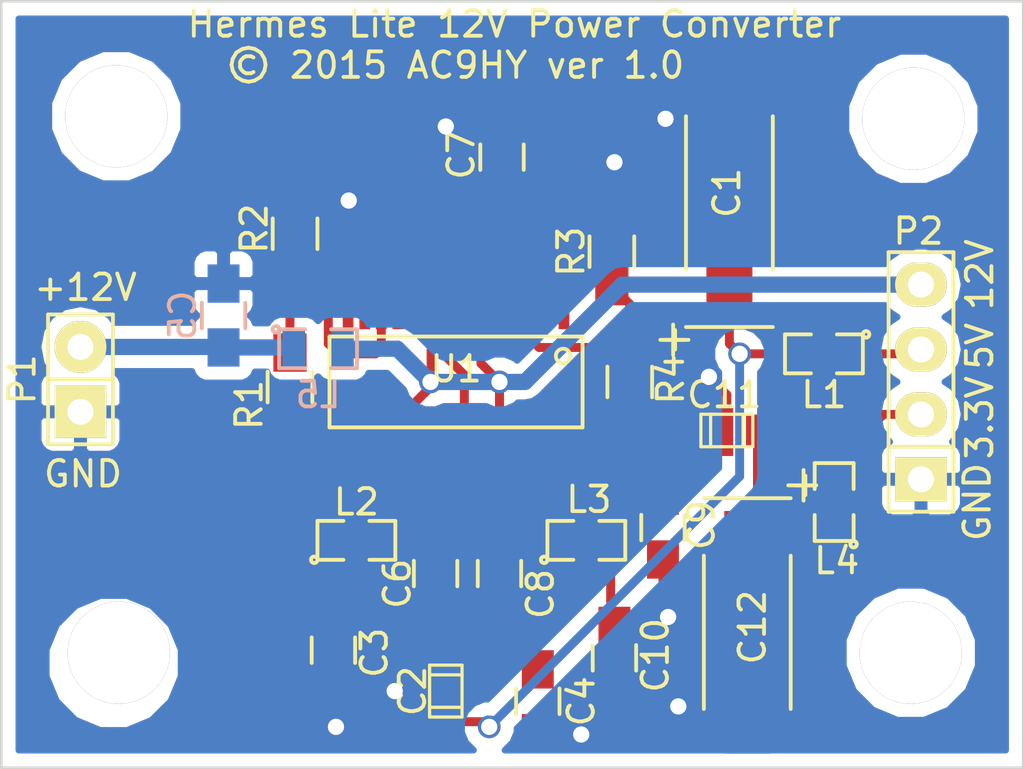
<source format=kicad_pcb>
(kicad_pcb (version 4) (host pcbnew "(2014-10-27 BZR 5228)-product")

  (general
    (links 55)
    (no_connects 0)
    (area 120.956714 97.8219 167.243286 132.52848)
    (thickness 1.6)
    (drawings 11)
    (tracks 158)
    (zones 0)
    (modules 28)
    (nets 23)
  )

  (page A4)
  (layers
    (0 F.Cu signal)
    (31 B.Cu signal)
    (32 B.Adhes user)
    (33 F.Adhes user)
    (34 B.Paste user)
    (35 F.Paste user)
    (36 B.SilkS user)
    (37 F.SilkS user)
    (38 B.Mask user)
    (39 F.Mask user)
    (40 Dwgs.User user)
    (41 Cmts.User user)
    (42 Eco1.User user)
    (43 Eco2.User user)
    (44 Edge.Cuts user)
    (45 Margin user)
    (46 B.CrtYd user)
    (47 F.CrtYd user)
    (48 B.Fab user)
    (49 F.Fab user)
  )

  (setup
    (last_trace_width 0.35)
    (trace_clearance 0.254)
    (zone_clearance 0.508)
    (zone_45_only no)
    (trace_min 0.254)
    (segment_width 0.2)
    (edge_width 0.1)
    (via_size 0.889)
    (via_drill 0.635)
    (via_min_size 0.889)
    (via_min_drill 0.508)
    (uvia_size 0.508)
    (uvia_drill 0.127)
    (uvias_allowed no)
    (uvia_min_size 0.508)
    (uvia_min_drill 0.127)
    (pcb_text_width 0.3)
    (pcb_text_size 1.5 1.5)
    (mod_edge_width 0.15)
    (mod_text_size 1 1)
    (mod_text_width 0.15)
    (pad_size 1.5 1.5)
    (pad_drill 0.6)
    (pad_to_mask_clearance 0)
    (aux_axis_origin 0 0)
    (visible_elements 7FFFF77F)
    (pcbplotparams
      (layerselection 0x010f0_80000001)
      (usegerberextensions true)
      (excludeedgelayer true)
      (linewidth 0.100000)
      (plotframeref false)
      (viasonmask false)
      (mode 1)
      (useauxorigin false)
      (hpglpennumber 1)
      (hpglpenspeed 20)
      (hpglpendiameter 15)
      (hpglpenoverlay 2)
      (psnegative false)
      (psa4output false)
      (plotreference true)
      (plotvalue true)
      (plotinvisibletext false)
      (padsonsilk false)
      (subtractmaskfromsilk false)
      (outputformat 1)
      (mirror false)
      (drillshape 0)
      (scaleselection 1)
      (outputdirectory gerbers/))
  )

  (net 0 "")
  (net 1 "Net-(C1-Pad1)")
  (net 2 GND)
  (net 3 "Net-(C5-Pad1)")
  (net 4 "Net-(C8-Pad1)")
  (net 5 "Net-(R1-Pad1)")
  (net 6 "Net-(C7-Pad1)")
  (net 7 "Net-(C8-Pad2)")
  (net 8 "Net-(C10-Pad1)")
  (net 9 "Net-(C2-Pad2)")
  (net 10 "Net-(C6-Pad1)")
  (net 11 "Net-(C6-Pad2)")
  (net 12 "Net-(C11-Pad2)")
  (net 13 "Net-(L1-Pad1)")
  (net 14 "Net-(L4-Pad2)")
  (net 15 "Net-(L5-Pad2)")
  (net 16 "Net-(R3-Pad2)")
  (net 17 "Net-(U1-Pad4)")
  (net 18 "Net-(U1-Pad11)")
  (net 19 "Net-(U1-Pad2)")
  (net 20 "Net-(U1-Pad13)")
  (net 21 "Net-(U1-Pad16)")
  (net 22 "Net-(U1-Pad27)")

  (net_class Default "This is the default net class."
    (clearance 0.254)
    (trace_width 0.35)
    (via_dia 0.889)
    (via_drill 0.635)
    (uvia_dia 0.508)
    (uvia_drill 0.127)
    (add_net GND)
    (add_net "Net-(C1-Pad1)")
    (add_net "Net-(C10-Pad1)")
    (add_net "Net-(C11-Pad2)")
    (add_net "Net-(C2-Pad2)")
    (add_net "Net-(C5-Pad1)")
    (add_net "Net-(C6-Pad1)")
    (add_net "Net-(C6-Pad2)")
    (add_net "Net-(C7-Pad1)")
    (add_net "Net-(C8-Pad1)")
    (add_net "Net-(C8-Pad2)")
    (add_net "Net-(L1-Pad1)")
    (add_net "Net-(L4-Pad2)")
    (add_net "Net-(L5-Pad2)")
    (add_net "Net-(R1-Pad1)")
    (add_net "Net-(R3-Pad2)")
    (add_net "Net-(U1-Pad11)")
    (add_net "Net-(U1-Pad13)")
    (add_net "Net-(U1-Pad16)")
    (add_net "Net-(U1-Pad2)")
    (add_net "Net-(U1-Pad27)")
    (add_net "Net-(U1-Pad4)")
  )

  (net_class 12V ""
    (clearance 0.254)
    (trace_width 0.635)
    (via_dia 0.889)
    (via_drill 0.635)
    (uvia_dia 0.508)
    (uvia_drill 0.127)
  )

  (module Pin_Headers:Pin_Header_Straight_1x02 (layer F.Cu) (tedit 54B9315C) (tstamp 54B931BB)
    (at 127.1 114.8 90)
    (descr "Through hole pin header")
    (tags "pin header")
    (path /54B93508)
    (fp_text reference P1 (at 0 -2.286 90) (layer F.SilkS)
      (effects (font (size 1 1) (thickness 0.15)))
    )
    (fp_text value CONN_01X02 (at 0 0 90) (layer F.SilkS) hide
      (effects (font (size 1 1) (thickness 0.15)))
    )
    (fp_line (start 0 -1.27) (end 0 1.27) (layer F.SilkS) (width 0.15))
    (fp_line (start -2.54 -1.27) (end -2.54 1.27) (layer F.SilkS) (width 0.15))
    (fp_line (start -2.54 1.27) (end 0 1.27) (layer F.SilkS) (width 0.15))
    (fp_line (start 0 1.27) (end 2.54 1.27) (layer F.SilkS) (width 0.15))
    (fp_line (start 2.54 1.27) (end 2.54 -1.27) (layer F.SilkS) (width 0.15))
    (fp_line (start 2.54 -1.27) (end -2.54 -1.27) (layer F.SilkS) (width 0.15))
    (pad 1 thru_hole rect (at -1.27 0 90) (size 2.032 2.032) (drill 1.016) (layers *.Cu *.Mask F.SilkS)
      (net 2 GND))
    (pad 2 thru_hole oval (at 1.27 0 90) (size 2.032 2.032) (drill 1.016) (layers *.Cu *.Mask F.SilkS)
      (net 3 "Net-(C5-Pad1)"))
    (model Pin_Headers/Pin_Header_Straight_1x02.wrl
      (at (xyz 0 0 0))
      (scale (xyz 1 1 1))
      (rotate (xyz 0 0 0))
    )
  )

  (module Pin_Headers:Pin_Header_Straight_1x04 (layer F.Cu) (tedit 54BA604F) (tstamp 54B931C0)
    (at 160 114.9 90)
    (descr "Through hole pin header")
    (tags "pin header")
    (path /54B82B66)
    (fp_text reference P2 (at 5.9 -0.1 180) (layer F.SilkS)
      (effects (font (size 1 1) (thickness 0.15)))
    )
    (fp_text value CONN_01X04 (at 0 0 90) (layer F.SilkS) hide
      (effects (font (size 1 1) (thickness 0.15)))
    )
    (fp_line (start -2.54 1.27) (end 5.08 1.27) (layer F.SilkS) (width 0.15))
    (fp_line (start -2.54 -1.27) (end 5.08 -1.27) (layer F.SilkS) (width 0.15))
    (fp_line (start -5.08 -1.27) (end -2.54 -1.27) (layer F.SilkS) (width 0.15))
    (fp_line (start 5.08 1.27) (end 5.08 -1.27) (layer F.SilkS) (width 0.15))
    (fp_line (start -2.54 -1.27) (end -2.54 1.27) (layer F.SilkS) (width 0.15))
    (fp_line (start -5.08 -1.27) (end -5.08 1.27) (layer F.SilkS) (width 0.15))
    (fp_line (start -5.08 1.27) (end -2.54 1.27) (layer F.SilkS) (width 0.15))
    (pad 1 thru_hole rect (at -3.81 0 90) (size 1.7272 2.032) (drill 1.016) (layers *.Cu *.Mask F.SilkS)
      (net 2 GND))
    (pad 2 thru_hole oval (at -1.27 0 90) (size 1.7272 2.032) (drill 1.016) (layers *.Cu *.Mask F.SilkS)
      (net 14 "Net-(L4-Pad2)"))
    (pad 3 thru_hole oval (at 1.27 0 90) (size 1.7272 2.032) (drill 1.016) (layers *.Cu *.Mask F.SilkS)
      (net 13 "Net-(L1-Pad1)"))
    (pad 4 thru_hole oval (at 3.81 0 90) (size 1.7272 2.032) (drill 1.016) (layers *.Cu *.Mask F.SilkS)
      (net 15 "Net-(L5-Pad2)"))
    (model Pin_Headers/Pin_Header_Straight_1x04.wrl
      (at (xyz 0 0 0))
      (scale (xyz 1 1 1))
      (rotate (xyz 0 0 0))
    )
  )

  (module Capacitors_Tantalum_SMD:TantalC_SizeC_EIA-6032_HandSoldering (layer F.Cu) (tedit 54B943B4) (tstamp 54B94353)
    (at 152.5 107.5 90)
    (descr "Tantal Cap. , Size C, EIA-6032, Hand Soldering,")
    (tags "Tantal Cap. , Size C, EIA-6032, Hand Soldering,")
    (path /54B93F83)
    (attr smd)
    (fp_text reference C1 (at 0 -0.1 90) (layer F.SilkS)
      (effects (font (size 1 1) (thickness 0.15)))
    )
    (fp_text value "10uF 25V" (at -0.09906 3.59918 90) (layer F.SilkS) hide
      (effects (font (size 1 1) (thickness 0.15)))
    )
    (fp_line (start -5.25018 -1.69926) (end -5.25018 1.69926) (layer F.SilkS) (width 0.15))
    (fp_line (start 2.99974 1.69926) (end -2.99974 1.69926) (layer F.SilkS) (width 0.15))
    (fp_line (start 2.99974 -1.69926) (end -2.99974 -1.69926) (layer F.SilkS) (width 0.15))
    (fp_text user + (at -5.75056 -2.19964 90) (layer F.SilkS)
      (effects (font (size 1 1) (thickness 0.15)))
    )
    (fp_line (start -5.7531 -2.70256) (end -5.7531 -1.60274) (layer F.SilkS) (width 0.15))
    (fp_line (start -6.35254 -2.20218) (end -5.15366 -2.20218) (layer F.SilkS) (width 0.15))
    (pad 2 smd rect (at 2.99974 0 90) (size 3.50012 1.80086) (layers F.Cu F.Paste F.Mask)
      (net 2 GND))
    (pad 1 smd rect (at -2.99974 0 90) (size 3.50012 1.80086) (layers F.Cu F.Paste F.Mask)
      (net 1 "Net-(C1-Pad1)"))
    (model Capacitors_Tantalum_SMD/TantalC_SizeC_EIA-6032_HandSoldering.wrl
      (at (xyz 0 0 0))
      (scale (xyz 1 1 1))
      (rotate (xyz 0 0 180))
    )
  )

  (module SMD_Packages:SMD-0805 (layer F.Cu) (tedit 54BA5C55) (tstamp 54B9437A)
    (at 156.2 113.8 180)
    (path /54B93B09)
    (attr smd)
    (fp_text reference L1 (at 0 -1.6 180) (layer F.SilkS)
      (effects (font (size 1 1) (thickness 0.15)))
    )
    (fp_text value BLM21PG121SN1D (at 0 0.381 180) (layer F.SilkS) hide
      (effects (font (size 1 1) (thickness 0.15)))
    )
    (fp_circle (center -1.651 0.762) (end -1.651 0.635) (layer F.SilkS) (width 0.15))
    (fp_line (start -0.508 0.762) (end -1.524 0.762) (layer F.SilkS) (width 0.15))
    (fp_line (start -1.524 0.762) (end -1.524 -0.762) (layer F.SilkS) (width 0.15))
    (fp_line (start -1.524 -0.762) (end -0.508 -0.762) (layer F.SilkS) (width 0.15))
    (fp_line (start 0.508 -0.762) (end 1.524 -0.762) (layer F.SilkS) (width 0.15))
    (fp_line (start 1.524 -0.762) (end 1.524 0.762) (layer F.SilkS) (width 0.15))
    (fp_line (start 1.524 0.762) (end 0.508 0.762) (layer F.SilkS) (width 0.15))
    (pad 1 smd rect (at -0.9525 0 180) (size 0.889 1.397) (layers F.Cu F.Paste F.Mask)
      (net 13 "Net-(L1-Pad1)"))
    (pad 2 smd rect (at 0.9525 0 180) (size 0.889 1.397) (layers F.Cu F.Paste F.Mask)
      (net 1 "Net-(C1-Pad1)"))
    (model SMD_Packages/SMD-0805.wrl
      (at (xyz 0 0 0))
      (scale (xyz 0.1 0.1 0.1))
      (rotate (xyz 0 0 0))
    )
  )

  (module SMD_Packages:SMD-0805 (layer F.Cu) (tedit 54BA5F7C) (tstamp 54B9437F)
    (at 137.9 121.1)
    (path /54B99E3D)
    (attr smd)
    (fp_text reference L2 (at 0 -1.5 180) (layer F.SilkS)
      (effects (font (size 1 1) (thickness 0.15)))
    )
    (fp_text value "1.5 uH" (at 0 0.381) (layer F.SilkS) hide
      (effects (font (size 1 1) (thickness 0.15)))
    )
    (fp_circle (center -1.651 0.762) (end -1.651 0.635) (layer F.SilkS) (width 0.15))
    (fp_line (start -0.508 0.762) (end -1.524 0.762) (layer F.SilkS) (width 0.15))
    (fp_line (start -1.524 0.762) (end -1.524 -0.762) (layer F.SilkS) (width 0.15))
    (fp_line (start -1.524 -0.762) (end -0.508 -0.762) (layer F.SilkS) (width 0.15))
    (fp_line (start 0.508 -0.762) (end 1.524 -0.762) (layer F.SilkS) (width 0.15))
    (fp_line (start 1.524 -0.762) (end 1.524 0.762) (layer F.SilkS) (width 0.15))
    (fp_line (start 1.524 0.762) (end 0.508 0.762) (layer F.SilkS) (width 0.15))
    (pad 1 smd rect (at -0.9525 0) (size 0.889 1.397) (layers F.Cu F.Paste F.Mask)
      (net 9 "Net-(C2-Pad2)"))
    (pad 2 smd rect (at 0.9525 0) (size 0.889 1.397) (layers F.Cu F.Paste F.Mask)
      (net 11 "Net-(C6-Pad2)"))
    (model SMD_Packages/SMD-0805.wrl
      (at (xyz 0 0 0))
      (scale (xyz 0.1 0.1 0.1))
      (rotate (xyz 0 0 0))
    )
  )

  (module SMD_Packages:SMD-0805 (layer F.Cu) (tedit 54BA5F2D) (tstamp 54B94384)
    (at 146.9 121.1)
    (path /54B96302)
    (attr smd)
    (fp_text reference L3 (at 0.1 -1.6 180) (layer F.SilkS)
      (effects (font (size 1 1) (thickness 0.15)))
    )
    (fp_text value "1 uH" (at 0 0.381) (layer F.SilkS) hide
      (effects (font (size 1 1) (thickness 0.15)))
    )
    (fp_circle (center -1.651 0.762) (end -1.651 0.635) (layer F.SilkS) (width 0.15))
    (fp_line (start -0.508 0.762) (end -1.524 0.762) (layer F.SilkS) (width 0.15))
    (fp_line (start -1.524 0.762) (end -1.524 -0.762) (layer F.SilkS) (width 0.15))
    (fp_line (start -1.524 -0.762) (end -0.508 -0.762) (layer F.SilkS) (width 0.15))
    (fp_line (start 0.508 -0.762) (end 1.524 -0.762) (layer F.SilkS) (width 0.15))
    (fp_line (start 1.524 -0.762) (end 1.524 0.762) (layer F.SilkS) (width 0.15))
    (fp_line (start 1.524 0.762) (end 0.508 0.762) (layer F.SilkS) (width 0.15))
    (pad 1 smd rect (at -0.9525 0) (size 0.889 1.397) (layers F.Cu F.Paste F.Mask)
      (net 4 "Net-(C8-Pad1)"))
    (pad 2 smd rect (at 0.9525 0) (size 0.889 1.397) (layers F.Cu F.Paste F.Mask)
      (net 8 "Net-(C10-Pad1)"))
    (model SMD_Packages/SMD-0805.wrl
      (at (xyz 0 0 0))
      (scale (xyz 0.1 0.1 0.1))
      (rotate (xyz 0 0 0))
    )
  )

  (module Mounting_Holes:MountingHole_4mm locked (layer F.Cu) (tedit 54B94455) (tstamp 54B94480)
    (at 128.5 104.5)
    (descr "Mounting hole, Befestigungsbohrung, 4mm, No Annular, Kein Restring,")
    (tags "Mounting hole, Befestigungsbohrung, 4mm, No Annular, Kein Restring,")
    (fp_text reference MountingHole_4mm (at 0 -5.4991) (layer F.SilkS) hide
      (effects (font (size 1 1) (thickness 0.15)))
    )
    (fp_text value VAL** (at 0 5.99948) (layer F.SilkS) hide
      (effects (font (size 1 1) (thickness 0.15)))
    )
    (fp_circle (center 0 0) (end 4.0005 0) (layer Cmts.User) (width 0.381))
    (pad 1 thru_hole circle (at 0 0) (size 4.0005 4.0005) (drill 4.0005) (layers))
  )

  (module Mounting_Holes:MountingHole_4mm locked (layer F.Cu) (tedit 54B94708) (tstamp 54B946D2)
    (at 128.6 125.5)
    (descr "Mounting hole, Befestigungsbohrung, 4mm, No Annular, Kein Restring,")
    (tags "Mounting hole, Befestigungsbohrung, 4mm, No Annular, Kein Restring,")
    (fp_text reference MountingHole_4mm (at 0 -5.4991) (layer F.SilkS) hide
      (effects (font (size 1 1) (thickness 0.15)))
    )
    (fp_text value VAL** (at 0 5.99948) (layer F.SilkS) hide
      (effects (font (size 1 1) (thickness 0.15)))
    )
    (fp_circle (center 0 0) (end 4.0005 0) (layer Cmts.User) (width 0.381))
    (pad 1 thru_hole circle (at 0 0) (size 4.0005 4.0005) (drill 4.0005) (layers))
  )

  (module Mounting_Holes:MountingHole_4mm locked (layer F.Cu) (tedit 54B946FF) (tstamp 54B946DC)
    (at 159.6 125.5)
    (descr "Mounting hole, Befestigungsbohrung, 4mm, No Annular, Kein Restring,")
    (tags "Mounting hole, Befestigungsbohrung, 4mm, No Annular, Kein Restring,")
    (fp_text reference MountingHole_4mm (at 0 -5.4991) (layer F.SilkS) hide
      (effects (font (size 1 1) (thickness 0.15)))
    )
    (fp_text value VAL** (at 0 5.99948) (layer F.SilkS) hide
      (effects (font (size 1 1) (thickness 0.15)))
    )
    (fp_circle (center 0 0) (end 4.0005 0) (layer Cmts.User) (width 0.381))
    (pad 1 thru_hole circle (at 0 0) (size 4.0005 4.0005) (drill 4.0005) (layers))
  )

  (module Mounting_Holes:MountingHole_4mm (layer F.Cu) (tedit 54B946F9) (tstamp 54B946EA)
    (at 159.7 104.6)
    (descr "Mounting hole, Befestigungsbohrung, 4mm, No Annular, Kein Restring,")
    (tags "Mounting hole, Befestigungsbohrung, 4mm, No Annular, Kein Restring,")
    (fp_text reference MountingHole_4mm (at 0 -5.4991) (layer F.SilkS) hide
      (effects (font (size 1 1) (thickness 0.15)))
    )
    (fp_text value VAL** (at 0 5.99948) (layer F.SilkS) hide
      (effects (font (size 1 1) (thickness 0.15)))
    )
    (fp_circle (center 0 0) (end 4.0005 0) (layer Cmts.User) (width 0.381))
    (pad 1 thru_hole circle (at 0 0) (size 4.0005 4.0005) (drill 4.0005) (layers))
  )

  (module Capacitors_SMD:C_0805_HandSoldering (layer F.Cu) (tedit 54BA5F84) (tstamp 54B948B7)
    (at 145 127.4 270)
    (descr "Capacitor SMD 0805, hand soldering")
    (tags "capacitor 0805")
    (path /54B9A6C4)
    (attr smd)
    (fp_text reference C4 (at 0 -1.7 270) (layer F.SilkS)
      (effects (font (size 1 1) (thickness 0.15)))
    )
    (fp_text value 22uF (at 0 2.1 270) (layer F.SilkS) hide
      (effects (font (size 1 1) (thickness 0.15)))
    )
    (fp_line (start -2.3 -1) (end 2.3 -1) (layer F.CrtYd) (width 0.05))
    (fp_line (start -2.3 1) (end 2.3 1) (layer F.CrtYd) (width 0.05))
    (fp_line (start -2.3 -1) (end -2.3 1) (layer F.CrtYd) (width 0.05))
    (fp_line (start 2.3 -1) (end 2.3 1) (layer F.CrtYd) (width 0.05))
    (fp_line (start 0.5 -0.85) (end -0.5 -0.85) (layer F.SilkS) (width 0.15))
    (fp_line (start -0.5 0.85) (end 0.5 0.85) (layer F.SilkS) (width 0.15))
    (pad 1 smd rect (at -1.25 0 270) (size 1.5 1.25) (layers F.Cu F.Paste F.Mask)
      (net 9 "Net-(C2-Pad2)"))
    (pad 2 smd rect (at 1.25 0 270) (size 1.5 1.25) (layers F.Cu F.Paste F.Mask)
      (net 2 GND))
    (model Capacitors_SMD/C_0805_HandSoldering.wrl
      (at (xyz 0 0 0))
      (scale (xyz 1 1 1))
      (rotate (xyz 0 0 0))
    )
  )

  (module Capacitors_SMD:C_0805_HandSoldering (layer B.Cu) (tedit 54BA5FBD) (tstamp 54B948BC)
    (at 132.7 112.3 90)
    (descr "Capacitor SMD 0805, hand soldering")
    (tags "capacitor 0805")
    (path /54B82D65)
    (attr smd)
    (fp_text reference C5 (at 0 -1.6 90) (layer B.SilkS)
      (effects (font (size 1 1) (thickness 0.15)) (justify mirror))
    )
    (fp_text value "10uF 25V" (at 0 -2.1 90) (layer B.SilkS) hide
      (effects (font (size 1 1) (thickness 0.15)) (justify mirror))
    )
    (fp_line (start -2.3 1) (end 2.3 1) (layer B.CrtYd) (width 0.05))
    (fp_line (start -2.3 -1) (end 2.3 -1) (layer B.CrtYd) (width 0.05))
    (fp_line (start -2.3 1) (end -2.3 -1) (layer B.CrtYd) (width 0.05))
    (fp_line (start 2.3 1) (end 2.3 -1) (layer B.CrtYd) (width 0.05))
    (fp_line (start 0.5 0.85) (end -0.5 0.85) (layer B.SilkS) (width 0.15))
    (fp_line (start -0.5 -0.85) (end 0.5 -0.85) (layer B.SilkS) (width 0.15))
    (pad 1 smd rect (at -1.25 0 90) (size 1.5 1.25) (layers B.Cu B.Paste B.Mask)
      (net 3 "Net-(C5-Pad1)"))
    (pad 2 smd rect (at 1.25 0 90) (size 1.5 1.25) (layers B.Cu B.Paste B.Mask)
      (net 2 GND))
    (model Capacitors_SMD/C_0805_HandSoldering.wrl
      (at (xyz 0 0 0))
      (scale (xyz 1 1 1))
      (rotate (xyz 0 0 0))
    )
  )

  (module Capacitors_SMD:C_0805_HandSoldering (layer F.Cu) (tedit 54BA5F38) (tstamp 54B948C1)
    (at 141 122.4 270)
    (descr "Capacitor SMD 0805, hand soldering")
    (tags "capacitor 0805")
    (path /54B99ECF)
    (attr smd)
    (fp_text reference C6 (at 0.4 1.5 270) (layer F.SilkS)
      (effects (font (size 1 1) (thickness 0.15)))
    )
    (fp_text value 0.1uF (at 0 2.1 270) (layer F.SilkS) hide
      (effects (font (size 1 1) (thickness 0.15)))
    )
    (fp_line (start -2.3 -1) (end 2.3 -1) (layer F.CrtYd) (width 0.05))
    (fp_line (start -2.3 1) (end 2.3 1) (layer F.CrtYd) (width 0.05))
    (fp_line (start -2.3 -1) (end -2.3 1) (layer F.CrtYd) (width 0.05))
    (fp_line (start 2.3 -1) (end 2.3 1) (layer F.CrtYd) (width 0.05))
    (fp_line (start 0.5 -0.85) (end -0.5 -0.85) (layer F.SilkS) (width 0.15))
    (fp_line (start -0.5 0.85) (end 0.5 0.85) (layer F.SilkS) (width 0.15))
    (pad 1 smd rect (at -1.25 0 270) (size 1.5 1.25) (layers F.Cu F.Paste F.Mask)
      (net 10 "Net-(C6-Pad1)"))
    (pad 2 smd rect (at 1.25 0 270) (size 1.5 1.25) (layers F.Cu F.Paste F.Mask)
      (net 11 "Net-(C6-Pad2)"))
    (model Capacitors_SMD/C_0805_HandSoldering.wrl
      (at (xyz 0 0 0))
      (scale (xyz 1 1 1))
      (rotate (xyz 0 0 0))
    )
  )

  (module Capacitors_SMD:C_0805_HandSoldering (layer F.Cu) (tedit 54BA5FD0) (tstamp 54B948C6)
    (at 143.6 106.1 90)
    (descr "Capacitor SMD 0805, hand soldering")
    (tags "capacitor 0805")
    (path /54B998A5)
    (attr smd)
    (fp_text reference C7 (at 0.1 -1.6 90) (layer F.SilkS)
      (effects (font (size 1 1) (thickness 0.15)))
    )
    (fp_text value 22uF (at 0 2.1 90) (layer F.SilkS) hide
      (effects (font (size 1 1) (thickness 0.15)))
    )
    (fp_line (start -2.3 -1) (end 2.3 -1) (layer F.CrtYd) (width 0.05))
    (fp_line (start -2.3 1) (end 2.3 1) (layer F.CrtYd) (width 0.05))
    (fp_line (start -2.3 -1) (end -2.3 1) (layer F.CrtYd) (width 0.05))
    (fp_line (start 2.3 -1) (end 2.3 1) (layer F.CrtYd) (width 0.05))
    (fp_line (start 0.5 -0.85) (end -0.5 -0.85) (layer F.SilkS) (width 0.15))
    (fp_line (start -0.5 0.85) (end 0.5 0.85) (layer F.SilkS) (width 0.15))
    (pad 1 smd rect (at -1.25 0 90) (size 1.5 1.25) (layers F.Cu F.Paste F.Mask)
      (net 6 "Net-(C7-Pad1)"))
    (pad 2 smd rect (at 1.25 0 90) (size 1.5 1.25) (layers F.Cu F.Paste F.Mask)
      (net 2 GND))
    (model Capacitors_SMD/C_0805_HandSoldering.wrl
      (at (xyz 0 0 0))
      (scale (xyz 1 1 1))
      (rotate (xyz 0 0 0))
    )
  )

  (module Capacitors_SMD:C_0805_HandSoldering (layer F.Cu) (tedit 54BA5F3E) (tstamp 54B948CB)
    (at 143.5 122.4 90)
    (descr "Capacitor SMD 0805, hand soldering")
    (tags "capacitor 0805")
    (path /54B93678)
    (attr smd)
    (fp_text reference C8 (at -0.8 1.6 90) (layer F.SilkS)
      (effects (font (size 1 1) (thickness 0.15)))
    )
    (fp_text value 0.1uF (at 0 2.1 90) (layer F.SilkS) hide
      (effects (font (size 1 1) (thickness 0.15)))
    )
    (fp_line (start -2.3 -1) (end 2.3 -1) (layer F.CrtYd) (width 0.05))
    (fp_line (start -2.3 1) (end 2.3 1) (layer F.CrtYd) (width 0.05))
    (fp_line (start -2.3 -1) (end -2.3 1) (layer F.CrtYd) (width 0.05))
    (fp_line (start 2.3 -1) (end 2.3 1) (layer F.CrtYd) (width 0.05))
    (fp_line (start 0.5 -0.85) (end -0.5 -0.85) (layer F.SilkS) (width 0.15))
    (fp_line (start -0.5 0.85) (end 0.5 0.85) (layer F.SilkS) (width 0.15))
    (pad 1 smd rect (at -1.25 0 90) (size 1.5 1.25) (layers F.Cu F.Paste F.Mask)
      (net 4 "Net-(C8-Pad1)"))
    (pad 2 smd rect (at 1.25 0 90) (size 1.5 1.25) (layers F.Cu F.Paste F.Mask)
      (net 7 "Net-(C8-Pad2)"))
    (model Capacitors_SMD/C_0805_HandSoldering.wrl
      (at (xyz 0 0 0))
      (scale (xyz 1 1 1))
      (rotate (xyz 0 0 0))
    )
  )

  (module Capacitors_SMD:C_0805_HandSoldering (layer F.Cu) (tedit 54BA5F20) (tstamp 54B948D0)
    (at 149.9 120.6 270)
    (descr "Capacitor SMD 0805, hand soldering")
    (tags "capacitor 0805")
    (path /54B81626)
    (attr smd)
    (fp_text reference C9 (at -0.1 -1.5 270) (layer F.SilkS)
      (effects (font (size 1 1) (thickness 0.15)))
    )
    (fp_text value 22uF (at 0 2.1 270) (layer F.SilkS) hide
      (effects (font (size 1 1) (thickness 0.15)))
    )
    (fp_line (start -2.3 -1) (end 2.3 -1) (layer F.CrtYd) (width 0.05))
    (fp_line (start -2.3 1) (end 2.3 1) (layer F.CrtYd) (width 0.05))
    (fp_line (start -2.3 -1) (end -2.3 1) (layer F.CrtYd) (width 0.05))
    (fp_line (start 2.3 -1) (end 2.3 1) (layer F.CrtYd) (width 0.05))
    (fp_line (start 0.5 -0.85) (end -0.5 -0.85) (layer F.SilkS) (width 0.15))
    (fp_line (start -0.5 0.85) (end 0.5 0.85) (layer F.SilkS) (width 0.15))
    (pad 1 smd rect (at -1.25 0 270) (size 1.5 1.25) (layers F.Cu F.Paste F.Mask)
      (net 8 "Net-(C10-Pad1)"))
    (pad 2 smd rect (at 1.25 0 270) (size 1.5 1.25) (layers F.Cu F.Paste F.Mask)
      (net 2 GND))
    (model Capacitors_SMD/C_0805_HandSoldering.wrl
      (at (xyz 0 0 0))
      (scale (xyz 1 1 1))
      (rotate (xyz 0 0 0))
    )
  )

  (module Resistors_SMD:R_0805_HandSoldering (layer F.Cu) (tedit 54BA5FB7) (tstamp 54B948D5)
    (at 135.3 115.1 270)
    (descr "Resistor SMD 0805, hand soldering")
    (tags "resistor 0805")
    (path /54B9A39F)
    (attr smd)
    (fp_text reference R1 (at 0.7 1.6 270) (layer F.SilkS)
      (effects (font (size 1 1) (thickness 0.15)))
    )
    (fp_text value 73.2k (at 0 2.1 270) (layer F.SilkS) hide
      (effects (font (size 1 1) (thickness 0.15)))
    )
    (fp_line (start -2.4 -1) (end 2.4 -1) (layer F.CrtYd) (width 0.05))
    (fp_line (start -2.4 1) (end 2.4 1) (layer F.CrtYd) (width 0.05))
    (fp_line (start -2.4 -1) (end -2.4 1) (layer F.CrtYd) (width 0.05))
    (fp_line (start 2.4 -1) (end 2.4 1) (layer F.CrtYd) (width 0.05))
    (fp_line (start 0.6 0.875) (end -0.6 0.875) (layer F.SilkS) (width 0.15))
    (fp_line (start -0.6 -0.875) (end 0.6 -0.875) (layer F.SilkS) (width 0.15))
    (pad 1 smd rect (at -1.35 0 270) (size 1.5 1.3) (layers F.Cu F.Paste F.Mask)
      (net 5 "Net-(R1-Pad1)"))
    (pad 2 smd rect (at 1.35 0 270) (size 1.5 1.3) (layers F.Cu F.Paste F.Mask)
      (net 9 "Net-(C2-Pad2)"))
    (model Resistors_SMD/R_0805_HandSoldering.wrl
      (at (xyz 0 0 0))
      (scale (xyz 1 1 1))
      (rotate (xyz 0 0 0))
    )
  )

  (module Resistors_SMD:R_0805_HandSoldering (layer F.Cu) (tedit 54BA5FBA) (tstamp 54B948DA)
    (at 135.5 109.1 270)
    (descr "Resistor SMD 0805, hand soldering")
    (tags "resistor 0805")
    (path /54B9A323)
    (attr smd)
    (fp_text reference R2 (at -0.2 1.6 270) (layer F.SilkS)
      (effects (font (size 1 1) (thickness 0.15)))
    )
    (fp_text value 10k (at 0 2.1 270) (layer F.SilkS) hide
      (effects (font (size 1 1) (thickness 0.15)))
    )
    (fp_line (start -2.4 -1) (end 2.4 -1) (layer F.CrtYd) (width 0.05))
    (fp_line (start -2.4 1) (end 2.4 1) (layer F.CrtYd) (width 0.05))
    (fp_line (start -2.4 -1) (end -2.4 1) (layer F.CrtYd) (width 0.05))
    (fp_line (start 2.4 -1) (end 2.4 1) (layer F.CrtYd) (width 0.05))
    (fp_line (start 0.6 0.875) (end -0.6 0.875) (layer F.SilkS) (width 0.15))
    (fp_line (start -0.6 -0.875) (end 0.6 -0.875) (layer F.SilkS) (width 0.15))
    (pad 1 smd rect (at -1.35 0 270) (size 1.5 1.3) (layers F.Cu F.Paste F.Mask)
      (net 2 GND))
    (pad 2 smd rect (at 1.35 0 270) (size 1.5 1.3) (layers F.Cu F.Paste F.Mask)
      (net 5 "Net-(R1-Pad1)"))
    (model Resistors_SMD/R_0805_HandSoldering.wrl
      (at (xyz 0 0 0))
      (scale (xyz 1 1 1))
      (rotate (xyz 0 0 0))
    )
  )

  (module Resistors_SMD:R_0805_HandSoldering (layer F.Cu) (tedit 54BA5FD6) (tstamp 54B948DF)
    (at 147.9 109.8 270)
    (descr "Resistor SMD 0805, hand soldering")
    (tags "resistor 0805")
    (path /54B98C61)
    (attr smd)
    (fp_text reference R3 (at 0 1.6 270) (layer F.SilkS)
      (effects (font (size 1 1) (thickness 0.15)))
    )
    (fp_text value 10k (at 0 2.1 270) (layer F.SilkS) hide
      (effects (font (size 1 1) (thickness 0.15)))
    )
    (fp_line (start -2.4 -1) (end 2.4 -1) (layer F.CrtYd) (width 0.05))
    (fp_line (start -2.4 1) (end 2.4 1) (layer F.CrtYd) (width 0.05))
    (fp_line (start -2.4 -1) (end -2.4 1) (layer F.CrtYd) (width 0.05))
    (fp_line (start 2.4 -1) (end 2.4 1) (layer F.CrtYd) (width 0.05))
    (fp_line (start 0.6 0.875) (end -0.6 0.875) (layer F.SilkS) (width 0.15))
    (fp_line (start -0.6 -0.875) (end 0.6 -0.875) (layer F.SilkS) (width 0.15))
    (pad 1 smd rect (at -1.35 0 270) (size 1.5 1.3) (layers F.Cu F.Paste F.Mask)
      (net 2 GND))
    (pad 2 smd rect (at 1.35 0 270) (size 1.5 1.3) (layers F.Cu F.Paste F.Mask)
      (net 16 "Net-(R3-Pad2)"))
    (model Resistors_SMD/R_0805_HandSoldering.wrl
      (at (xyz 0 0 0))
      (scale (xyz 1 1 1))
      (rotate (xyz 0 0 0))
    )
  )

  (module SMD_Packages:SMD-0805 (layer B.Cu) (tedit 54BA5FCA) (tstamp 54B9605C)
    (at 136.4 113.6)
    (path /54BA4EF4)
    (attr smd)
    (fp_text reference L5 (at 0 1.8) (layer B.SilkS)
      (effects (font (size 1 1) (thickness 0.15)) (justify mirror))
    )
    (fp_text value BLM21PG220SN1D (at 0 -0.381) (layer B.SilkS) hide
      (effects (font (size 1 1) (thickness 0.15)) (justify mirror))
    )
    (fp_circle (center -1.651 -0.762) (end -1.651 -0.635) (layer B.SilkS) (width 0.15))
    (fp_line (start -0.508 -0.762) (end -1.524 -0.762) (layer B.SilkS) (width 0.15))
    (fp_line (start -1.524 -0.762) (end -1.524 0.762) (layer B.SilkS) (width 0.15))
    (fp_line (start -1.524 0.762) (end -0.508 0.762) (layer B.SilkS) (width 0.15))
    (fp_line (start 0.508 0.762) (end 1.524 0.762) (layer B.SilkS) (width 0.15))
    (fp_line (start 1.524 0.762) (end 1.524 -0.762) (layer B.SilkS) (width 0.15))
    (fp_line (start 1.524 -0.762) (end 0.508 -0.762) (layer B.SilkS) (width 0.15))
    (pad 1 smd rect (at -0.9525 0) (size 0.889 1.397) (layers B.Cu B.Paste B.Mask)
      (net 3 "Net-(C5-Pad1)"))
    (pad 2 smd rect (at 0.9525 0) (size 0.889 1.397) (layers B.Cu B.Paste B.Mask)
      (net 15 "Net-(L5-Pad2)"))
    (model SMD_Packages/SMD-0805.wrl
      (at (xyz 0 0 0))
      (scale (xyz 0.1 0.1 0.1))
      (rotate (xyz 0 0 0))
    )
  )

  (module SMDCAP:cfeed_0805 (layer F.Cu) (tedit 54BA5F74) (tstamp 54BA5537)
    (at 141.4 127 270)
    (descr "SMT FeedThrough capacitor, 0805")
    (path /54B9629C)
    (fp_text reference C2 (at 0 1.3 270) (layer F.SilkS)
      (effects (font (size 1 1) (thickness 0.15)))
    )
    (fp_text value NFM21PC224R1C3D (at 0 0.9906 270) (layer F.SilkS) hide
      (effects (font (size 0.29972 0.29972) (thickness 0.06096)))
    )
    (fp_line (start 0.635 -0.635) (end 0.635 0.635) (layer F.SilkS) (width 0.127))
    (fp_line (start -0.635 -0.635) (end -0.635 0.6096) (layer F.SilkS) (width 0.127))
    (fp_line (start -1.016 -0.635) (end 1.016 -0.635) (layer F.SilkS) (width 0.127))
    (fp_line (start 1.016 -0.635) (end 1.016 0.635) (layer F.SilkS) (width 0.127))
    (fp_line (start 1.016 0.635) (end -1.016 0.635) (layer F.SilkS) (width 0.127))
    (fp_line (start -1.016 0.635) (end -1.016 -0.635) (layer F.SilkS) (width 0.127))
    (pad 1 smd rect (at 1.19888 0 270) (size 0.89916 1.24968) (layers F.Cu F.Paste F.Mask)
      (net 1 "Net-(C1-Pad1)"))
    (pad 2 smd rect (at -1.19888 0 270) (size 0.89916 1.24968) (layers F.Cu F.Paste F.Mask)
      (net 9 "Net-(C2-Pad2)"))
    (pad 3 smd rect (at 0 0 270) (size 0.50038 1.99898) (layers F.Cu F.Paste F.Mask)
      (net 2 GND))
    (model walter\smd_cap\c_0805.wrl
      (at (xyz 0 0 0))
      (scale (xyz 1 1 1))
      (rotate (xyz 0 0 0))
    )
  )

  (module Capacitors_SMD:C_0805_HandSoldering (layer F.Cu) (tedit 54BA5F4B) (tstamp 54BA553D)
    (at 137 125.4 270)
    (descr "Capacitor SMD 0805, hand soldering")
    (tags "capacitor 0805")
    (path /54B810EE)
    (attr smd)
    (fp_text reference C3 (at 0.1 -1.6 270) (layer F.SilkS)
      (effects (font (size 1 1) (thickness 0.15)))
    )
    (fp_text value 0.1uF (at 0 2.1 270) (layer F.SilkS) hide
      (effects (font (size 1 1) (thickness 0.15)))
    )
    (fp_line (start -2.3 -1) (end 2.3 -1) (layer F.CrtYd) (width 0.05))
    (fp_line (start -2.3 1) (end 2.3 1) (layer F.CrtYd) (width 0.05))
    (fp_line (start -2.3 -1) (end -2.3 1) (layer F.CrtYd) (width 0.05))
    (fp_line (start 2.3 -1) (end 2.3 1) (layer F.CrtYd) (width 0.05))
    (fp_line (start 0.5 -0.85) (end -0.5 -0.85) (layer F.SilkS) (width 0.15))
    (fp_line (start -0.5 0.85) (end 0.5 0.85) (layer F.SilkS) (width 0.15))
    (pad 1 smd rect (at -1.25 0 270) (size 1.5 1.25) (layers F.Cu F.Paste F.Mask)
      (net 9 "Net-(C2-Pad2)"))
    (pad 2 smd rect (at 1.25 0 270) (size 1.5 1.25) (layers F.Cu F.Paste F.Mask)
      (net 2 GND))
    (model Capacitors_SMD/C_0805_HandSoldering.wrl
      (at (xyz 0 0 0))
      (scale (xyz 1 1 1))
      (rotate (xyz 0 0 0))
    )
  )

  (module Capacitors_SMD:C_0805_HandSoldering (layer F.Cu) (tedit 54BA5F80) (tstamp 54BA5542)
    (at 148 125.7 270)
    (descr "Capacitor SMD 0805, hand soldering")
    (tags "capacitor 0805")
    (path /54B9B7F1)
    (attr smd)
    (fp_text reference C10 (at -0.1 -1.6 270) (layer F.SilkS)
      (effects (font (size 1 1) (thickness 0.15)))
    )
    (fp_text value 0.1uF (at 0 2.1 270) (layer F.SilkS) hide
      (effects (font (size 1 1) (thickness 0.15)))
    )
    (fp_line (start -2.3 -1) (end 2.3 -1) (layer F.CrtYd) (width 0.05))
    (fp_line (start -2.3 1) (end 2.3 1) (layer F.CrtYd) (width 0.05))
    (fp_line (start -2.3 -1) (end -2.3 1) (layer F.CrtYd) (width 0.05))
    (fp_line (start 2.3 -1) (end 2.3 1) (layer F.CrtYd) (width 0.05))
    (fp_line (start 0.5 -0.85) (end -0.5 -0.85) (layer F.SilkS) (width 0.15))
    (fp_line (start -0.5 0.85) (end 0.5 0.85) (layer F.SilkS) (width 0.15))
    (pad 1 smd rect (at -1.25 0 270) (size 1.5 1.25) (layers F.Cu F.Paste F.Mask)
      (net 8 "Net-(C10-Pad1)"))
    (pad 2 smd rect (at 1.25 0 270) (size 1.5 1.25) (layers F.Cu F.Paste F.Mask)
      (net 2 GND))
    (model Capacitors_SMD/C_0805_HandSoldering.wrl
      (at (xyz 0 0 0))
      (scale (xyz 1 1 1))
      (rotate (xyz 0 0 0))
    )
  )

  (module SMDCAP:cfeed_0805 (layer F.Cu) (tedit 54BA5FA6) (tstamp 54BA5547)
    (at 152.4 116.8 180)
    (descr "SMT FeedThrough capacitor, 0805")
    (path /54B96649)
    (fp_text reference C11 (at 0.1 1.4 180) (layer F.SilkS)
      (effects (font (size 1 1) (thickness 0.15)))
    )
    (fp_text value NFM21PC224R1C3D (at 0 0.9906 180) (layer F.SilkS) hide
      (effects (font (size 0.29972 0.29972) (thickness 0.06096)))
    )
    (fp_line (start 0.635 -0.635) (end 0.635 0.635) (layer F.SilkS) (width 0.127))
    (fp_line (start -0.635 -0.635) (end -0.635 0.6096) (layer F.SilkS) (width 0.127))
    (fp_line (start -1.016 -0.635) (end 1.016 -0.635) (layer F.SilkS) (width 0.127))
    (fp_line (start 1.016 -0.635) (end 1.016 0.635) (layer F.SilkS) (width 0.127))
    (fp_line (start 1.016 0.635) (end -1.016 0.635) (layer F.SilkS) (width 0.127))
    (fp_line (start -1.016 0.635) (end -1.016 -0.635) (layer F.SilkS) (width 0.127))
    (pad 1 smd rect (at 1.19888 0 180) (size 0.89916 1.24968) (layers F.Cu F.Paste F.Mask)
      (net 8 "Net-(C10-Pad1)"))
    (pad 2 smd rect (at -1.19888 0 180) (size 0.89916 1.24968) (layers F.Cu F.Paste F.Mask)
      (net 12 "Net-(C11-Pad2)"))
    (pad 3 smd rect (at 0 0 180) (size 0.50038 1.99898) (layers F.Cu F.Paste F.Mask)
      (net 2 GND))
    (model walter\smd_cap\c_0805.wrl
      (at (xyz 0 0 0))
      (scale (xyz 1 1 1))
      (rotate (xyz 0 0 0))
    )
  )

  (module Capacitors_Tantalum_SMD:TantalC_SizeC_EIA-6032_HandSoldering (layer F.Cu) (tedit 54BA5F8A) (tstamp 54BA554D)
    (at 153.2 124.7 270)
    (descr "Tantal Cap. , Size C, EIA-6032, Hand Soldering,")
    (tags "Tantal Cap. , Size C, EIA-6032, Hand Soldering,")
    (path /54B9B71F)
    (attr smd)
    (fp_text reference C12 (at -0.2 -0.2 270) (layer F.SilkS)
      (effects (font (size 1 1) (thickness 0.15)))
    )
    (fp_text value "10uF 25V" (at -0.09906 3.59918 270) (layer F.SilkS) hide
      (effects (font (size 1 1) (thickness 0.15)))
    )
    (fp_line (start -5.25018 -1.69926) (end -5.25018 1.69926) (layer F.SilkS) (width 0.15))
    (fp_line (start 2.99974 1.69926) (end -2.99974 1.69926) (layer F.SilkS) (width 0.15))
    (fp_line (start 2.99974 -1.69926) (end -2.99974 -1.69926) (layer F.SilkS) (width 0.15))
    (fp_text user + (at -5.75056 -2.19964 270) (layer F.SilkS)
      (effects (font (size 1 1) (thickness 0.15)))
    )
    (fp_line (start -5.7531 -2.70256) (end -5.7531 -1.60274) (layer F.SilkS) (width 0.15))
    (fp_line (start -6.35254 -2.20218) (end -5.15366 -2.20218) (layer F.SilkS) (width 0.15))
    (pad 2 smd rect (at 2.99974 0 270) (size 3.50012 1.80086) (layers F.Cu F.Paste F.Mask)
      (net 2 GND))
    (pad 1 smd rect (at -2.99974 0 270) (size 3.50012 1.80086) (layers F.Cu F.Paste F.Mask)
      (net 12 "Net-(C11-Pad2)"))
    (model Capacitors_Tantalum_SMD/TantalC_SizeC_EIA-6032_HandSoldering.wrl
      (at (xyz 0 0 0))
      (scale (xyz 1 1 1))
      (rotate (xyz 0 0 180))
    )
  )

  (module SMD_Packages:SMD-0805 (layer F.Cu) (tedit 54BA5F11) (tstamp 54BA5552)
    (at 156.6 119.6 90)
    (path /54B9B682)
    (attr smd)
    (fp_text reference L4 (at -2.3 0.1 180) (layer F.SilkS)
      (effects (font (size 1 1) (thickness 0.15)))
    )
    (fp_text value BLM21PG121SN1D (at 0 0.381 90) (layer F.SilkS) hide
      (effects (font (size 1 1) (thickness 0.15)))
    )
    (fp_circle (center -1.651 0.762) (end -1.651 0.635) (layer F.SilkS) (width 0.15))
    (fp_line (start -0.508 0.762) (end -1.524 0.762) (layer F.SilkS) (width 0.15))
    (fp_line (start -1.524 0.762) (end -1.524 -0.762) (layer F.SilkS) (width 0.15))
    (fp_line (start -1.524 -0.762) (end -0.508 -0.762) (layer F.SilkS) (width 0.15))
    (fp_line (start 0.508 -0.762) (end 1.524 -0.762) (layer F.SilkS) (width 0.15))
    (fp_line (start 1.524 -0.762) (end 1.524 0.762) (layer F.SilkS) (width 0.15))
    (fp_line (start 1.524 0.762) (end 0.508 0.762) (layer F.SilkS) (width 0.15))
    (pad 1 smd rect (at -0.9525 0 90) (size 0.889 1.397) (layers F.Cu F.Paste F.Mask)
      (net 12 "Net-(C11-Pad2)"))
    (pad 2 smd rect (at 0.9525 0 90) (size 0.889 1.397) (layers F.Cu F.Paste F.Mask)
      (net 14 "Net-(L4-Pad2)"))
    (model SMD_Packages/SMD-0805.wrl
      (at (xyz 0 0 0))
      (scale (xyz 0.1 0.1 0.1))
      (rotate (xyz 0 0 0))
    )
  )

  (module Resistors_SMD:R_0805_HandSoldering (layer F.Cu) (tedit 54BA5FAC) (tstamp 54BA555C)
    (at 148.6 114.9 90)
    (descr "Resistor SMD 0805, hand soldering")
    (tags "resistor 0805")
    (path /54B98EE2)
    (attr smd)
    (fp_text reference R4 (at 0.1 1.6 90) (layer F.SilkS)
      (effects (font (size 1 1) (thickness 0.15)))
    )
    (fp_text value 45.3k (at 0 2.1 90) (layer F.SilkS) hide
      (effects (font (size 1 1) (thickness 0.15)))
    )
    (fp_line (start -2.4 -1) (end 2.4 -1) (layer F.CrtYd) (width 0.05))
    (fp_line (start -2.4 1) (end 2.4 1) (layer F.CrtYd) (width 0.05))
    (fp_line (start -2.4 -1) (end -2.4 1) (layer F.CrtYd) (width 0.05))
    (fp_line (start 2.4 -1) (end 2.4 1) (layer F.CrtYd) (width 0.05))
    (fp_line (start 0.6 0.875) (end -0.6 0.875) (layer F.SilkS) (width 0.15))
    (fp_line (start -0.6 -0.875) (end 0.6 -0.875) (layer F.SilkS) (width 0.15))
    (pad 1 smd rect (at -1.35 0 90) (size 1.5 1.3) (layers F.Cu F.Paste F.Mask)
      (net 8 "Net-(C10-Pad1)"))
    (pad 2 smd rect (at 1.35 0 90) (size 1.5 1.3) (layers F.Cu F.Paste F.Mask)
      (net 16 "Net-(R3-Pad2)"))
    (model Resistors_SMD/R_0805_HandSoldering.wrl
      (at (xyz 0 0 0))
      (scale (xyz 1 1 1))
      (rotate (xyz 0 0 0))
    )
  )

  (module SMD_Packages:TSSOP-28 (layer F.Cu) (tedit 54BA5FB2) (tstamp 54BA555D)
    (at 141.8 114.9 180)
    (descr TSSOP-28)
    (path /54B984F2)
    (attr smd)
    (fp_text reference U1 (at 0 0.508 180) (layer F.SilkS)
      (effects (font (size 1 1) (thickness 0.15)))
    )
    (fp_text value LT3633 (at 0 -1.143 180) (layer F.SilkS) hide
      (effects (font (size 1 1) (thickness 0.15)))
    )
    (fp_line (start -4.953 -1.778) (end -4.953 1.778) (layer F.SilkS) (width 0.15))
    (fp_line (start 4.953 -1.778) (end 4.953 1.778) (layer F.SilkS) (width 0.15))
    (fp_line (start 4.953 -1.778) (end -4.953 -1.778) (layer F.SilkS) (width 0.15))
    (fp_line (start -4.953 1.778) (end 4.953 1.778) (layer F.SilkS) (width 0.15))
    (fp_circle (center -4.191 1.016) (end -4.318 1.27) (layer F.SilkS) (width 0.15))
    (pad 7 smd rect (at -0.32512 2.79908 180) (size 0.4191 1.47066) (layers F.Cu F.Paste F.Mask)
      (net 6 "Net-(C7-Pad1)"))
    (pad 8 smd rect (at 0.32512 2.79908 180) (size 0.4191 1.47066) (layers F.Cu F.Paste F.Mask)
      (net 6 "Net-(C7-Pad1)"))
    (pad 9 smd rect (at 0.97536 2.79908 180) (size 0.4191 1.47066) (layers F.Cu F.Paste F.Mask)
      (net 15 "Net-(L5-Pad2)"))
    (pad 10 smd rect (at 1.6256 2.79908 180) (size 0.4191 1.47066) (layers F.Cu F.Paste F.Mask))
    (pad 25 smd rect (at -2.26568 -2.794 180) (size 0.4191 1.47066) (layers F.Cu F.Paste F.Mask)
      (net 15 "Net-(L5-Pad2)"))
    (pad 4 smd rect (at -2.27584 2.79908 180) (size 0.4191 1.47066) (layers F.Cu F.Paste F.Mask)
      (net 17 "Net-(U1-Pad4)"))
    (pad 5 smd rect (at -1.6256 2.79908 180) (size 0.4191 1.47066) (layers F.Cu F.Paste F.Mask)
      (net 6 "Net-(C7-Pad1)"))
    (pad 6 smd rect (at -0.97536 2.79908 180) (size 0.4191 1.47066) (layers F.Cu F.Paste F.Mask)
      (net 15 "Net-(L5-Pad2)"))
    (pad 18 smd rect (at 2.27584 -2.79908 180) (size 0.4191 1.47066) (layers F.Cu F.Paste F.Mask)
      (net 15 "Net-(L5-Pad2)"))
    (pad 19 smd rect (at 1.6256 -2.79908 180) (size 0.4191 1.47066) (layers F.Cu F.Paste F.Mask)
      (net 15 "Net-(L5-Pad2)"))
    (pad 20 smd rect (at 0.97536 -2.79908 180) (size 0.4191 1.47066) (layers F.Cu F.Paste F.Mask)
      (net 10 "Net-(C6-Pad1)"))
    (pad 21 smd rect (at 0.32512 -2.79908 180) (size 0.4191 1.47066) (layers F.Cu F.Paste F.Mask)
      (net 6 "Net-(C7-Pad1)"))
    (pad 22 smd rect (at -0.32512 -2.79908 180) (size 0.4191 1.47066) (layers F.Cu F.Paste F.Mask)
      (net 6 "Net-(C7-Pad1)"))
    (pad 23 smd rect (at -0.97536 -2.79908 180) (size 0.4191 1.47066) (layers F.Cu F.Paste F.Mask)
      (net 7 "Net-(C8-Pad2)"))
    (pad 11 smd rect (at 2.27584 2.79908 180) (size 0.4191 1.47066) (layers F.Cu F.Paste F.Mask)
      (net 18 "Net-(U1-Pad11)"))
    (pad 24 smd rect (at -1.6256 -2.794 180) (size 0.4191 1.47066) (layers F.Cu F.Paste F.Mask)
      (net 15 "Net-(L5-Pad2)"))
    (pad 3 smd rect (at -2.92608 2.79908 180) (size 0.4191 1.47066) (layers F.Cu F.Paste F.Mask)
      (net 16 "Net-(R3-Pad2)"))
    (pad 12 smd rect (at 2.92608 2.79908 180) (size 0.4191 1.47066) (layers F.Cu F.Paste F.Mask)
      (net 5 "Net-(R1-Pad1)"))
    (pad 17 smd rect (at 2.92608 -2.79908 180) (size 0.4191 1.47066) (layers F.Cu F.Paste F.Mask)
      (net 11 "Net-(C6-Pad2)"))
    (pad 26 smd rect (at -2.92608 -2.79908 180) (size 0.4191 1.47066) (layers F.Cu F.Paste F.Mask)
      (net 4 "Net-(C8-Pad1)"))
    (pad 2 smd rect (at -3.57378 2.79908 180) (size 0.4191 1.47066) (layers F.Cu F.Paste F.Mask)
      (net 19 "Net-(U1-Pad2)"))
    (pad 13 smd rect (at 3.57378 2.79908 180) (size 0.4191 1.47066) (layers F.Cu F.Paste F.Mask)
      (net 20 "Net-(U1-Pad13)"))
    (pad 16 smd rect (at 3.57378 -2.79908 180) (size 0.4191 1.47066) (layers F.Cu F.Paste F.Mask)
      (net 21 "Net-(U1-Pad16)"))
    (pad 27 smd rect (at -3.57378 -2.79908 180) (size 0.4191 1.47066) (layers F.Cu F.Paste F.Mask)
      (net 22 "Net-(U1-Pad27)"))
    (pad 1 smd rect (at -4.22402 2.79908 180) (size 0.4191 1.47066) (layers F.Cu F.Paste F.Mask)
      (net 6 "Net-(C7-Pad1)"))
    (pad 14 smd rect (at 4.22402 2.79908 180) (size 0.4191 1.47066) (layers F.Cu F.Paste F.Mask)
      (net 6 "Net-(C7-Pad1)"))
    (pad 15 smd rect (at 4.22402 -2.79908 180) (size 0.4191 1.47066) (layers F.Cu F.Paste F.Mask)
      (net 9 "Net-(C2-Pad2)"))
    (pad 28 smd rect (at -4.22402 -2.79908 180) (size 0.4191 1.47066) (layers F.Cu F.Paste F.Mask)
      (net 8 "Net-(C10-Pad1)"))
    (model SMD_Packages/TSSOP-28.wrl
      (at (xyz 0 0 0))
      (scale (xyz 1 1 1))
      (rotate (xyz 0 0 0))
    )
  )

  (gr_text "Hermes Lite 12V Power Converter\n  © 2015 AC9HY ver 1.0" (at 131.2 101.7) (layer F.SilkS)
    (effects (font (size 1 1) (thickness 0.15)) (justify left))
  )
  (gr_text GND (at 162.2 119.6 90) (layer F.SilkS)
    (effects (font (size 1 1) (thickness 0.15)))
  )
  (gr_text 3.3V (at 162.3 116.3 90) (layer F.SilkS)
    (effects (font (size 1 1) (thickness 0.15)))
  )
  (gr_text 5V (at 162.3 113.5 90) (layer F.SilkS)
    (effects (font (size 1 1) (thickness 0.15)))
  )
  (gr_text 12V (at 162.3 110.7 90) (layer F.SilkS)
    (effects (font (size 1 1) (thickness 0.15)))
  )
  (gr_text GND (at 127.2 118.5) (layer F.SilkS)
    (effects (font (size 1 1) (thickness 0.15)))
  )
  (gr_text +12V (at 127.3 111.2) (layer F.SilkS)
    (effects (font (size 1 1) (thickness 0.15)))
  )
  (gr_line (start 124 100) (end 164 100) (angle 90) (layer Edge.Cuts) (width 0.1))
  (gr_line (start 164 130) (end 124 130) (angle 90) (layer Edge.Cuts) (width 0.1) (tstamp 54B8262A))
  (gr_line (start 124 130) (end 124 100) (angle 90) (layer Edge.Cuts) (width 0.1))
  (gr_line (start 164 100) (end 164 130) (angle 90) (layer Edge.Cuts) (width 0.1))

  (segment (start 142.89888 128.19888) (end 143.1 128.4) (width 0.35) (layer F.Cu) (net 1) (tstamp 54BA5D4C))
  (via (at 143.1 128.4) (size 0.889) (layers F.Cu B.Cu) (net 1))
  (segment (start 143.1 128.4) (end 152.9 118.6) (width 0.35) (layer B.Cu) (net 1) (tstamp 54BA5D53))
  (segment (start 152.9 118.6) (end 152.9 113.8) (width 0.35) (layer B.Cu) (net 1) (tstamp 54BA5D54))
  (via (at 152.9 113.8) (size 0.889) (layers F.Cu B.Cu) (net 1))
  (segment (start 152.9 113.8) (end 152.5 113.4) (width 0.35) (layer F.Cu) (net 1) (tstamp 54BA5D5A))
  (segment (start 152.5 113.4) (end 152.5 110.49974) (width 0.35) (layer F.Cu) (net 1) (tstamp 54BA5D5B))
  (segment (start 141.4 128.19888) (end 142.89888 128.19888) (width 0.35) (layer F.Cu) (net 1))
  (segment (start 152.9 113.8) (end 155.2475 113.8) (width 0.35) (layer F.Cu) (net 1))
  (segment (start 137.55 107.75) (end 137.6 107.8) (width 0.35) (layer F.Cu) (net 2) (tstamp 54BA5DC2))
  (via (at 137.6 107.8) (size 0.889) (layers F.Cu B.Cu) (net 2))
  (segment (start 135.5 107.75) (end 137.55 107.75) (width 0.35) (layer F.Cu) (net 2))
  (segment (start 141.45 104.85) (end 141.4 104.9) (width 0.35) (layer F.Cu) (net 2) (tstamp 54BA5DD5))
  (via (at 141.4 104.9) (size 0.889) (layers F.Cu B.Cu) (net 2))
  (segment (start 143.6 104.85) (end 141.45 104.85) (width 0.35) (layer F.Cu) (net 2))
  (segment (start 147.9 106.4) (end 148 106.3) (width 0.35) (layer F.Cu) (net 2) (tstamp 54BA5DDF))
  (via (at 148 106.3) (size 0.889) (layers F.Cu B.Cu) (net 2))
  (segment (start 147.9 108.45) (end 147.9 106.4) (width 0.35) (layer F.Cu) (net 2))
  (segment (start 150.09974 104.50026) (end 150 104.6) (width 0.35) (layer F.Cu) (net 2) (tstamp 54BA5DE6))
  (via (at 150 104.6) (size 0.889) (layers F.Cu B.Cu) (net 2))
  (segment (start 152.5 104.50026) (end 150.09974 104.50026) (width 0.35) (layer F.Cu) (net 2))
  (segment (start 152.4 115.4) (end 151.7 114.7) (width 0.35) (layer F.Cu) (net 2) (tstamp 54BA5DF4))
  (via (at 151.7 114.7) (size 0.889) (layers F.Cu B.Cu) (net 2))
  (segment (start 152.4 116.8) (end 152.4 115.4) (width 0.35) (layer F.Cu) (net 2))
  (segment (start 149.85 126.95) (end 150.5 127.6) (width 0.35) (layer F.Cu) (net 2) (tstamp 54BA5E0A))
  (segment (start 150.59974 127.69974) (end 153.2 127.69974) (width 0.35) (layer F.Cu) (net 2))
  (via (at 150.5 127.6) (size 0.889) (layers F.Cu B.Cu) (net 2))
  (segment (start 150.59974 127.69974) (end 150.5 127.6) (width 0.35) (layer F.Cu) (net 2) (tstamp 54BA5DFF))
  (segment (start 148 126.95) (end 149.85 126.95) (width 0.35) (layer F.Cu) (net 2))
  (segment (start 146.65 128.65) (end 146.7 128.7) (width 0.35) (layer F.Cu) (net 2) (tstamp 54BA5E0E))
  (via (at 146.7 128.7) (size 0.889) (layers F.Cu B.Cu) (net 2))
  (segment (start 145 128.65) (end 146.65 128.65) (width 0.35) (layer F.Cu) (net 2))
  (segment (start 137 128.3) (end 137.1 128.4) (width 0.35) (layer F.Cu) (net 2) (tstamp 54BA5E1C))
  (via (at 137.1 128.4) (size 0.889) (layers F.Cu B.Cu) (net 2))
  (segment (start 137 126.65) (end 137 128.3) (width 0.35) (layer F.Cu) (net 2))
  (via (at 139.4 127) (size 0.889) (layers F.Cu B.Cu) (net 2))
  (segment (start 141.4 127) (end 139.4 127) (width 0.35) (layer F.Cu) (net 2))
  (segment (start 149.9 123.9) (end 150.1 124.1) (width 0.35) (layer F.Cu) (net 2) (tstamp 54BA5E59))
  (via (at 150.1 124.1) (size 0.889) (layers F.Cu B.Cu) (net 2))
  (segment (start 149.9 121.85) (end 149.9 123.9) (width 0.35) (layer F.Cu) (net 2))
  (segment (start 132.68 113.53) (end 132.7 113.55) (width 0.635) (layer B.Cu) (net 3) (tstamp 54BA56D5))
  (segment (start 127.1 113.53) (end 132.68 113.53) (width 0.635) (layer B.Cu) (net 3))
  (segment (start 135.3975 113.55) (end 135.4475 113.6) (width 0.635) (layer B.Cu) (net 3) (tstamp 54BA5705))
  (segment (start 132.7 113.55) (end 135.3975 113.55) (width 0.635) (layer B.Cu) (net 3))
  (segment (start 145.75 123.65) (end 145.9475 123.4525) (width 0.35) (layer F.Cu) (net 4) (tstamp 54BA595F))
  (segment (start 145.9475 123.4525) (end 145.9475 121.1) (width 0.35) (layer F.Cu) (net 4) (tstamp 54BA5960))
  (segment (start 143.5 123.65) (end 145.75 123.65) (width 0.35) (layer F.Cu) (net 4))
  (segment (start 144.72608 119.62608) (end 144.72608 117.69908) (width 0.35) (layer F.Cu) (net 4) (tstamp 54BA5964))
  (segment (start 145.9475 120.8475) (end 144.72608 119.62608) (width 0.35) (layer F.Cu) (net 4) (tstamp 54BA5963))
  (segment (start 145.9475 121.1) (end 145.9475 120.8475) (width 0.35) (layer F.Cu) (net 4))
  (segment (start 135.3 110.65) (end 135.5 110.45) (width 0.35) (layer F.Cu) (net 5) (tstamp 54BA59FF))
  (segment (start 135.3 113.75) (end 135.3 110.65) (width 0.35) (layer F.Cu) (net 5))
  (segment (start 138.87392 113.57392) (end 138.64784 113.8) (width 0.35) (layer F.Cu) (net 5) (tstamp 54BA5B78))
  (segment (start 138.64784 113.8) (end 137.2 113.8) (width 0.35) (layer F.Cu) (net 5) (tstamp 54BA5B7A))
  (segment (start 137.2 113.8) (end 136.8 113.4) (width 0.35) (layer F.Cu) (net 5) (tstamp 54BA5B7B))
  (segment (start 136.8 113.4) (end 136.8 111.75) (width 0.35) (layer F.Cu) (net 5) (tstamp 54BA5B7D))
  (segment (start 136.8 111.75) (end 135.5 110.45) (width 0.35) (layer F.Cu) (net 5) (tstamp 54BA5B7E))
  (segment (start 138.87392 112.10092) (end 138.87392 113.57392) (width 0.35) (layer F.Cu) (net 5))
  (segment (start 142.2 109.4) (end 141.47488 110.12512) (width 0.35) (layer F.Cu) (net 6) (tstamp 54BA5A27))
  (segment (start 142.55 109.05) (end 142.2 109.4) (width 0.35) (layer F.Cu) (net 6) (tstamp 54BA5A32))
  (segment (start 141.47488 110.12512) (end 141.47488 112.10092) (width 0.35) (layer F.Cu) (net 6) (tstamp 54BA5A20))
  (segment (start 142.12512 109.47488) (end 142.2 109.4) (width 0.35) (layer F.Cu) (net 6) (tstamp 54BA5A24))
  (segment (start 142.12512 112.10092) (end 142.12512 109.47488) (width 0.35) (layer F.Cu) (net 6))
  (segment (start 142.55 109.15) (end 143.4256 110.0256) (width 0.35) (layer F.Cu) (net 6) (tstamp 54BA5A34))
  (segment (start 143.4256 110.0256) (end 143.4256 112.10092) (width 0.35) (layer F.Cu) (net 6) (tstamp 54BA5A3A))
  (segment (start 142.55 109.05) (end 142.55 109.15) (width 0.35) (layer F.Cu) (net 6))
  (segment (start 141.47488 113.97488) (end 142.12512 114.62512) (width 0.35) (layer F.Cu) (net 6) (tstamp 54BA5A4E))
  (segment (start 142.12512 115.9) (end 142.12512 117.69908) (width 0.35) (layer F.Cu) (net 6) (tstamp 54BA5A5D))
  (segment (start 142.12512 114.62512) (end 142.12512 115.9) (width 0.35) (layer F.Cu) (net 6) (tstamp 54BA5A51))
  (segment (start 141.47488 113.9) (end 141.47488 113.97488) (width 0.35) (layer F.Cu) (net 6) (tstamp 54BA5A6A))
  (segment (start 141.47488 112.10092) (end 141.47488 113.9) (width 0.35) (layer F.Cu) (net 6))
  (segment (start 141.9 115.9) (end 141.47488 116.32512) (width 0.35) (layer F.Cu) (net 6) (tstamp 54BA5A5F))
  (segment (start 141.47488 116.32512) (end 141.47488 117.69908) (width 0.35) (layer F.Cu) (net 6) (tstamp 54BA5A60))
  (segment (start 142.12512 115.9) (end 141.9 115.9) (width 0.35) (layer F.Cu) (net 6))
  (segment (start 142.85 108.1) (end 143.6 107.35) (width 0.35) (layer F.Cu) (net 6) (tstamp 54BA5A8C))
  (segment (start 142.55 109.05) (end 142.85 108.75) (width 0.35) (layer F.Cu) (net 6) (tstamp 54BA5A41))
  (segment (start 142.85 108.75) (end 142.85 108.1) (width 0.35) (layer F.Cu) (net 6))
  (segment (start 144.15 107.9) (end 143.6 107.35) (width 0.35) (layer F.Cu) (net 6) (tstamp 54BA5A8F))
  (segment (start 146.02402 110.62402) (end 146.02402 112.10092) (width 0.35) (layer F.Cu) (net 6) (tstamp 54BA5A44))
  (segment (start 144.15 108.75) (end 146.02402 110.62402) (width 0.35) (layer F.Cu) (net 6) (tstamp 54BA5A43))
  (segment (start 144.15 107.9) (end 144.15 108.75) (width 0.35) (layer F.Cu) (net 6))
  (segment (start 137.57598 111.02402) (end 138.47488 110.12512) (width 0.35) (layer F.Cu) (net 6) (tstamp 54BA5B6B))
  (segment (start 138.47488 110.12512) (end 141.47488 110.12512) (width 0.35) (layer F.Cu) (net 6) (tstamp 54BA5B6D))
  (segment (start 137.57598 112.10092) (end 137.57598 111.02402) (width 0.35) (layer F.Cu) (net 6))
  (segment (start 143.5 120.3) (end 142.77536 119.57536) (width 0.35) (layer F.Cu) (net 7) (tstamp 54BA595B))
  (segment (start 142.77536 119.57536) (end 142.77536 117.69908) (width 0.35) (layer F.Cu) (net 7) (tstamp 54BA595C))
  (segment (start 143.5 121.15) (end 143.5 120.3) (width 0.35) (layer F.Cu) (net 7))
  (segment (start 146.02402 118.42402) (end 146.02402 117.69908) (width 0.35) (layer F.Cu) (net 8) (tstamp 54BA5968))
  (segment (start 147.8525 120.2525) (end 146.02402 118.42402) (width 0.35) (layer F.Cu) (net 8) (tstamp 54BA5967))
  (segment (start 147.8525 121.1) (end 147.8525 120.2525) (width 0.35) (layer F.Cu) (net 8))
  (segment (start 147.67494 119.35) (end 146.02402 117.69908) (width 0.35) (layer F.Cu) (net 8) (tstamp 54BA5BD2))
  (segment (start 149.9 119.35) (end 147.67494 119.35) (width 0.35) (layer F.Cu) (net 8))
  (segment (start 147.4731 116.25) (end 146.02402 117.69908) (width 0.35) (layer F.Cu) (net 8) (tstamp 54BA5BDA))
  (segment (start 148.6 116.25) (end 147.4731 116.25) (width 0.35) (layer F.Cu) (net 8))
  (segment (start 147.8525 124.3025) (end 148 124.45) (width 0.35) (layer F.Cu) (net 8) (tstamp 54BA5C9E))
  (segment (start 147.8525 121.1) (end 147.8525 124.3025) (width 0.35) (layer F.Cu) (net 8))
  (segment (start 150.65112 116.25) (end 151.20112 116.8) (width 0.35) (layer F.Cu) (net 8) (tstamp 54BA5CD0))
  (segment (start 148.6 116.25) (end 150.65112 116.25) (width 0.35) (layer F.Cu) (net 8))
  (segment (start 137.57598 118.92402) (end 136.9475 119.5525) (width 0.35) (layer F.Cu) (net 9) (tstamp 54BA58AB))
  (segment (start 136.9475 119.5525) (end 136.9475 121.1) (width 0.35) (layer F.Cu) (net 9) (tstamp 54BA58AD))
  (segment (start 137.57598 117.69908) (end 137.57598 118.92402) (width 0.35) (layer F.Cu) (net 9))
  (segment (start 136.9475 124.0975) (end 137 124.15) (width 0.35) (layer F.Cu) (net 9) (tstamp 54BA58B5))
  (segment (start 136.9475 121.1) (end 136.9475 124.0975) (width 0.35) (layer F.Cu) (net 9))
  (segment (start 138.05 124.15) (end 139.70112 125.80112) (width 0.35) (layer F.Cu) (net 9) (tstamp 54BA5974))
  (segment (start 139.70112 125.80112) (end 141.4 125.80112) (width 0.35) (layer F.Cu) (net 9) (tstamp 54BA5975))
  (segment (start 137 124.15) (end 138.05 124.15) (width 0.35) (layer F.Cu) (net 9))
  (segment (start 144.65112 125.80112) (end 145 126.15) (width 0.35) (layer F.Cu) (net 9) (tstamp 54BA5987))
  (segment (start 141.4 125.80112) (end 144.65112 125.80112) (width 0.35) (layer F.Cu) (net 9))
  (segment (start 135.3 117.4) (end 135.59908 117.69908) (width 0.35) (layer F.Cu) (net 9) (tstamp 54BA5A0C))
  (segment (start 135.59908 117.69908) (end 137.57598 117.69908) (width 0.35) (layer F.Cu) (net 9) (tstamp 54BA5A0F))
  (segment (start 135.3 116.45) (end 135.3 117.4) (width 0.35) (layer F.Cu) (net 9))
  (segment (start 140.82464 119.32464) (end 141 119.5) (width 0.35) (layer F.Cu) (net 10) (tstamp 54BA58D1))
  (segment (start 141 119.5) (end 141 121.15) (width 0.35) (layer F.Cu) (net 10) (tstamp 54BA58D2))
  (segment (start 140.82464 117.69908) (end 140.82464 119.32464) (width 0.35) (layer F.Cu) (net 10))
  (segment (start 138.8525 119.5475) (end 138.87392 119.52608) (width 0.35) (layer F.Cu) (net 11) (tstamp 54BA58B0))
  (segment (start 138.87392 119.52608) (end 138.87392 117.69908) (width 0.35) (layer F.Cu) (net 11) (tstamp 54BA58B1))
  (segment (start 138.8525 121.1) (end 138.8525 119.5475) (width 0.35) (layer F.Cu) (net 11))
  (segment (start 139.45 123.65) (end 138.8525 123.0525) (width 0.35) (layer F.Cu) (net 11) (tstamp 54BA58D5))
  (segment (start 138.8525 123.0525) (end 138.8525 121.1) (width 0.35) (layer F.Cu) (net 11) (tstamp 54BA58D7))
  (segment (start 141 123.65) (end 139.45 123.65) (width 0.35) (layer F.Cu) (net 11))
  (segment (start 155.45224 121.70026) (end 156.6 120.5525) (width 0.35) (layer F.Cu) (net 12) (tstamp 54BA5C6E))
  (segment (start 153.2 121.70026) (end 155.45224 121.70026) (width 0.35) (layer F.Cu) (net 12))
  (segment (start 153.59888 121.30138) (end 153.2 121.70026) (width 0.35) (layer F.Cu) (net 12) (tstamp 54BA5CD3))
  (segment (start 153.59888 116.8) (end 153.59888 121.30138) (width 0.35) (layer F.Cu) (net 12))
  (segment (start 159.83 113.8) (end 160 113.63) (width 0.35) (layer F.Cu) (net 13) (tstamp 54BA5D60))
  (segment (start 157.1525 113.8) (end 159.83 113.8) (width 0.35) (layer F.Cu) (net 13))
  (segment (start 156.6 118.1) (end 158.53 116.17) (width 0.35) (layer F.Cu) (net 14) (tstamp 54BA5CD8))
  (segment (start 158.53 116.17) (end 160 116.17) (width 0.35) (layer F.Cu) (net 14) (tstamp 54BA5CD9))
  (segment (start 156.6 118.6475) (end 156.6 118.1) (width 0.35) (layer F.Cu) (net 14))
  (segment (start 137.3525 113.6) (end 137.5 113.6) (width 0.635) (layer B.Cu) (net 15))
  (segment (start 137.3525 113.6) (end 139.5 113.6) (width 0.635) (layer B.Cu) (net 15))
  (segment (start 139.5 113.6) (end 140.8 114.9) (width 0.635) (layer B.Cu) (net 15) (tstamp 54BA57A7))
  (segment (start 140.8 114.9) (end 143.5 114.9) (width 0.635) (layer B.Cu) (net 15))
  (segment (start 140.15 115.75) (end 139.52416 116.37584) (width 0.35) (layer F.Cu) (net 15) (tstamp 54BA5B05))
  (segment (start 140.8 115.1) (end 140.15 115.75) (width 0.35) (layer F.Cu) (net 15) (tstamp 54BA5AFF))
  (segment (start 139.52416 116.37584) (end 139.52416 117.69908) (width 0.35) (layer F.Cu) (net 15) (tstamp 54BA5B02))
  (via (at 140.8 114.9) (size 0.889) (layers F.Cu B.Cu) (net 15))
  (segment (start 140.8 114.9) (end 140.8 115.1) (width 0.35) (layer F.Cu) (net 15))
  (segment (start 140.15 117.67468) (end 140.1744 117.69908) (width 0.35) (layer F.Cu) (net 15) (tstamp 54BA5B07))
  (segment (start 140.15 115.75) (end 140.15 117.67468) (width 0.35) (layer F.Cu) (net 15))
  (segment (start 140.82464 114.87536) (end 140.8 114.9) (width 0.35) (layer F.Cu) (net 15) (tstamp 54BA5B27))
  (segment (start 140.82464 112.10092) (end 140.82464 114.87536) (width 0.35) (layer F.Cu) (net 15))
  (segment (start 142.77536 114.17536) (end 143.5 114.9) (width 0.35) (layer F.Cu) (net 15) (tstamp 54BA5B2B))
  (via (at 143.5 114.9) (size 0.889) (layers F.Cu B.Cu) (net 15))
  (segment (start 142.77536 112.10092) (end 142.77536 114.17536) (width 0.35) (layer F.Cu) (net 15))
  (segment (start 143.5 117.6196) (end 143.4256 117.694) (width 0.35) (layer F.Cu) (net 15) (tstamp 54BA5B44))
  (segment (start 143.5 114.9) (end 143.5 117.6196) (width 0.35) (layer F.Cu) (net 15))
  (segment (start 144.06568 116.46568) (end 143.5 115.9) (width 0.35) (layer F.Cu) (net 15) (tstamp 54BA5B49))
  (segment (start 143.5 115.9) (end 143.5 114.9) (width 0.35) (layer F.Cu) (net 15) (tstamp 54BA5B4A))
  (segment (start 144.06568 117.694) (end 144.06568 116.46568) (width 0.35) (layer F.Cu) (net 15))
  (segment (start 148.31 111.09) (end 160 111.09) (width 0.635) (layer B.Cu) (net 15) (tstamp 54BA5CFF))
  (segment (start 144.5 114.9) (end 148.31 111.09) (width 0.635) (layer B.Cu) (net 15) (tstamp 54BA5CFD))
  (segment (start 143.5 114.9) (end 144.5 114.9) (width 0.635) (layer B.Cu) (net 15))
  (segment (start 145.05 113.55) (end 144.72608 113.22608) (width 0.35) (layer F.Cu) (net 16) (tstamp 54BA5BDE))
  (segment (start 144.72608 113.22608) (end 144.72608 112.10092) (width 0.35) (layer F.Cu) (net 16) (tstamp 54BA5BE0))
  (segment (start 148.6 113.55) (end 145.05 113.55) (width 0.35) (layer F.Cu) (net 16))
  (segment (start 148.6 111.85) (end 147.9 111.15) (width 0.35) (layer F.Cu) (net 16) (tstamp 54BA5BE3))
  (segment (start 148.6 113.55) (end 148.6 111.85) (width 0.35) (layer F.Cu) (net 16))

  (zone (net 2) (net_name GND) (layer B.Cu) (tstamp 54BA5D75) (hatch edge 0.508)
    (connect_pads (clearance 0.508))
    (min_thickness 0.254)
    (fill yes (arc_segments 16) (thermal_gap 0.508) (thermal_bridge_width 0.508))
    (polygon
      (pts
        (xy 163.8 100.2) (xy 163.6 129.6) (xy 124.4 129.6) (xy 124.2 100.2)
      )
    )
    (filled_polygon
      (pts
        (xy 163.315 129.315) (xy 162.335707 129.315) (xy 162.335707 104.078116) (xy 161.935359 103.109201) (xy 161.194698 102.367246)
        (xy 160.226483 101.965208) (xy 159.178116 101.964293) (xy 158.209201 102.364641) (xy 157.467246 103.105302) (xy 157.065208 104.073517)
        (xy 157.064293 105.121884) (xy 157.464641 106.090799) (xy 158.205302 106.832754) (xy 159.173517 107.234792) (xy 160.221884 107.235707)
        (xy 161.190799 106.835359) (xy 161.932754 106.094698) (xy 162.334792 105.126483) (xy 162.335707 104.078116) (xy 162.335707 129.315)
        (xy 162.235707 129.315) (xy 162.235707 124.978116) (xy 161.835359 124.009201) (xy 161.683345 123.856921) (xy 161.683345 116.17)
        (xy 161.569271 115.596511) (xy 161.244415 115.11033) (xy 160.929634 114.9) (xy 161.244415 114.68967) (xy 161.569271 114.203489)
        (xy 161.683345 113.63) (xy 161.569271 113.056511) (xy 161.244415 112.57033) (xy 160.929634 112.36) (xy 161.244415 112.14967)
        (xy 161.569271 111.663489) (xy 161.683345 111.09) (xy 161.569271 110.516511) (xy 161.244415 110.03033) (xy 160.758234 109.705474)
        (xy 160.184745 109.5914) (xy 159.815255 109.5914) (xy 159.241766 109.705474) (xy 158.755585 110.03033) (xy 158.58876 110.28)
        (xy 148.31 110.28) (xy 148.000027 110.341657) (xy 147.737244 110.517243) (xy 144.190629 114.063858) (xy 144.112286 113.985378)
        (xy 143.715668 113.820687) (xy 143.286216 113.820313) (xy 142.9784 113.9475) (xy 141.321066 113.9475) (xy 141.10469 113.857652)
        (xy 140.173519 112.926481) (xy 139.864506 112.720005) (xy 139.5 112.6475) (xy 138.379108 112.6475) (xy 138.335327 112.541802)
        (xy 138.156699 112.363173) (xy 137.92331 112.2665) (xy 137.670691 112.2665) (xy 136.781691 112.2665) (xy 136.548302 112.363173)
        (xy 136.399999 112.511474) (xy 136.251699 112.363173) (xy 136.01831 112.2665) (xy 135.765691 112.2665) (xy 134.876691 112.2665)
        (xy 134.643302 112.363173) (xy 134.464673 112.541801) (xy 134.441601 112.5975) (xy 133.92844 112.5975) (xy 133.863327 112.440302)
        (xy 133.723025 112.3) (xy 133.863327 112.159698) (xy 133.96 111.926309) (xy 133.96 111.33575) (xy 133.96 110.76425)
        (xy 133.96 110.173691) (xy 133.863327 109.940302) (xy 133.684699 109.761673) (xy 133.45131 109.665) (xy 133.198691 109.665)
        (xy 132.98575 109.665) (xy 132.827 109.82375) (xy 132.827 110.923) (xy 133.80125 110.923) (xy 133.96 110.76425)
        (xy 133.96 111.33575) (xy 133.80125 111.177) (xy 132.827 111.177) (xy 132.827 111.197) (xy 132.573 111.197)
        (xy 132.573 111.177) (xy 132.573 110.923) (xy 132.573 109.82375) (xy 132.41425 109.665) (xy 132.201309 109.665)
        (xy 131.94869 109.665) (xy 131.715301 109.761673) (xy 131.536673 109.940302) (xy 131.44 110.173691) (xy 131.44 110.76425)
        (xy 131.59875 110.923) (xy 132.573 110.923) (xy 132.573 111.177) (xy 131.59875 111.177) (xy 131.44 111.33575)
        (xy 131.44 111.926309) (xy 131.536673 112.159698) (xy 131.676974 112.3) (xy 131.536673 112.440301) (xy 131.479843 112.5775)
        (xy 131.135707 112.5775) (xy 131.135707 103.978116) (xy 130.735359 103.009201) (xy 129.994698 102.267246) (xy 129.026483 101.865208)
        (xy 127.978116 101.864293) (xy 127.009201 102.264641) (xy 126.267246 103.005302) (xy 125.865208 103.973517) (xy 125.864293 105.021884)
        (xy 126.264641 105.990799) (xy 127.005302 106.732754) (xy 127.973517 107.134792) (xy 129.021884 107.135707) (xy 129.990799 106.735359)
        (xy 130.732754 105.994698) (xy 131.134792 105.026483) (xy 131.135707 103.978116) (xy 131.135707 112.5775) (xy 128.432658 112.5775)
        (xy 128.267433 112.330222) (xy 127.73181 111.97233) (xy 127.1 111.846655) (xy 126.46819 111.97233) (xy 125.932567 112.330222)
        (xy 125.574675 112.865845) (xy 125.449 113.497655) (xy 125.449 113.562345) (xy 125.574675 114.194155) (xy 125.775371 114.494518)
        (xy 125.724301 114.515673) (xy 125.545673 114.694302) (xy 125.449 114.927691) (xy 125.449 115.78425) (xy 125.60775 115.943)
        (xy 126.973 115.943) (xy 126.973 115.923) (xy 127.227 115.923) (xy 127.227 115.943) (xy 128.59225 115.943)
        (xy 128.751 115.78425) (xy 128.751 114.927691) (xy 128.654327 114.694302) (xy 128.475699 114.515673) (xy 128.424628 114.494518)
        (xy 128.432658 114.4825) (xy 131.463275 114.4825) (xy 131.536673 114.659698) (xy 131.715301 114.838327) (xy 131.94869 114.935)
        (xy 132.201309 114.935) (xy 133.451309 114.935) (xy 133.684698 114.838327) (xy 133.863327 114.659699) (xy 133.928441 114.5025)
        (xy 134.40018 114.5025) (xy 134.464673 114.658198) (xy 134.643301 114.836827) (xy 134.87669 114.9335) (xy 135.129309 114.9335)
        (xy 136.018309 114.9335) (xy 136.251698 114.836827) (xy 136.4 114.688525) (xy 136.548301 114.836827) (xy 136.78169 114.9335)
        (xy 137.034309 114.9335) (xy 137.923309 114.9335) (xy 138.156698 114.836827) (xy 138.335327 114.658199) (xy 138.379109 114.5525)
        (xy 139.105462 114.5525) (xy 139.758031 115.205069) (xy 139.884311 115.510689) (xy 140.187714 115.814622) (xy 140.584332 115.979313)
        (xy 141.013784 115.979687) (xy 141.321599 115.8525) (xy 142.978933 115.8525) (xy 143.284332 115.979313) (xy 143.713784 115.979687)
        (xy 144.110689 115.815689) (xy 144.216562 115.71) (xy 144.5 115.71) (xy 144.5 115.709999) (xy 144.809973 115.648342)
        (xy 144.809974 115.648342) (xy 145.072756 115.472756) (xy 148.645512 111.9) (xy 158.58876 111.9) (xy 158.755585 112.14967)
        (xy 159.070365 112.36) (xy 158.755585 112.57033) (xy 158.430729 113.056511) (xy 158.316655 113.63) (xy 158.430729 114.203489)
        (xy 158.755585 114.68967) (xy 159.070365 114.9) (xy 158.755585 115.11033) (xy 158.430729 115.596511) (xy 158.316655 116.17)
        (xy 158.430729 116.743489) (xy 158.755585 117.22967) (xy 158.777779 117.244499) (xy 158.624301 117.308073) (xy 158.445673 117.486702)
        (xy 158.349 117.720091) (xy 158.349 118.42425) (xy 158.50775 118.583) (xy 159.873 118.583) (xy 159.873 118.563)
        (xy 160.127 118.563) (xy 160.127 118.583) (xy 161.49225 118.583) (xy 161.651 118.42425) (xy 161.651 117.720091)
        (xy 161.554327 117.486702) (xy 161.375699 117.308073) (xy 161.22222 117.244499) (xy 161.244415 117.22967) (xy 161.569271 116.743489)
        (xy 161.683345 116.17) (xy 161.683345 123.856921) (xy 161.651 123.824519) (xy 161.651 119.699909) (xy 161.651 118.99575)
        (xy 161.49225 118.837) (xy 160.127 118.837) (xy 160.127 120.04985) (xy 160.28575 120.2086) (xy 160.889691 120.2086)
        (xy 161.14231 120.2086) (xy 161.375699 120.111927) (xy 161.554327 119.933298) (xy 161.651 119.699909) (xy 161.651 123.824519)
        (xy 161.094698 123.267246) (xy 160.126483 122.865208) (xy 159.873 122.864986) (xy 159.873 120.04985) (xy 159.873 118.837)
        (xy 158.50775 118.837) (xy 158.349 118.99575) (xy 158.349 119.699909) (xy 158.445673 119.933298) (xy 158.624301 120.111927)
        (xy 158.85769 120.2086) (xy 159.110309 120.2086) (xy 159.71425 120.2086) (xy 159.873 120.04985) (xy 159.873 122.864986)
        (xy 159.078116 122.864293) (xy 158.109201 123.264641) (xy 157.367246 124.005302) (xy 156.965208 124.973517) (xy 156.964293 126.021884)
        (xy 157.364641 126.990799) (xy 158.105302 127.732754) (xy 159.073517 128.134792) (xy 160.121884 128.135707) (xy 161.090799 127.735359)
        (xy 161.832754 126.994698) (xy 162.234792 126.026483) (xy 162.235707 124.978116) (xy 162.235707 129.315) (xy 143.711379 129.315)
        (xy 144.014622 129.012286) (xy 144.179313 128.615668) (xy 144.179443 128.466068) (xy 153.472756 119.172756) (xy 153.472757 119.172756)
        (xy 153.578012 119.015229) (xy 153.648342 118.909974) (xy 153.648342 118.909973) (xy 153.709999 118.6) (xy 153.71 118.6)
        (xy 153.71 114.516725) (xy 153.814622 114.412286) (xy 153.979313 114.015668) (xy 153.979687 113.586216) (xy 153.815689 113.189311)
        (xy 153.512286 112.885378) (xy 153.115668 112.720687) (xy 152.686216 112.720313) (xy 152.289311 112.884311) (xy 151.985378 113.187714)
        (xy 151.820687 113.584332) (xy 151.820313 114.013784) (xy 151.984311 114.410689) (xy 152.09 114.516562) (xy 152.09 118.264487)
        (xy 143.034046 127.320441) (xy 142.886216 127.320313) (xy 142.489311 127.484311) (xy 142.185378 127.787714) (xy 142.020687 128.184332)
        (xy 142.020313 128.613784) (xy 142.184311 129.010689) (xy 142.487714 129.314622) (xy 142.488624 129.315) (xy 131.035707 129.315)
        (xy 131.035707 125.378116) (xy 130.635359 124.409201) (xy 129.894698 123.667246) (xy 128.926483 123.265208) (xy 128.751 123.265054)
        (xy 128.751 117.212309) (xy 128.751 116.35575) (xy 128.59225 116.197) (xy 127.227 116.197) (xy 127.227 117.56225)
        (xy 127.38575 117.721) (xy 127.989691 117.721) (xy 128.24231 117.721) (xy 128.475699 117.624327) (xy 128.654327 117.445698)
        (xy 128.751 117.212309) (xy 128.751 123.265054) (xy 127.878116 123.264293) (xy 126.973 123.638279) (xy 126.973 117.56225)
        (xy 126.973 116.197) (xy 125.60775 116.197) (xy 125.449 116.35575) (xy 125.449 117.212309) (xy 125.545673 117.445698)
        (xy 125.724301 117.624327) (xy 125.95769 117.721) (xy 126.210309 117.721) (xy 126.81425 117.721) (xy 126.973 117.56225)
        (xy 126.973 123.638279) (xy 126.909201 123.664641) (xy 126.167246 124.405302) (xy 125.765208 125.373517) (xy 125.764293 126.421884)
        (xy 126.164641 127.390799) (xy 126.905302 128.132754) (xy 127.873517 128.534792) (xy 128.921884 128.535707) (xy 129.890799 128.135359)
        (xy 130.632754 127.394698) (xy 131.034792 126.426483) (xy 131.035707 125.378116) (xy 131.035707 129.315) (xy 124.685 129.315)
        (xy 124.685 100.685) (xy 163.315 100.685) (xy 163.315 129.315)
      )
    )
  )
)

</source>
